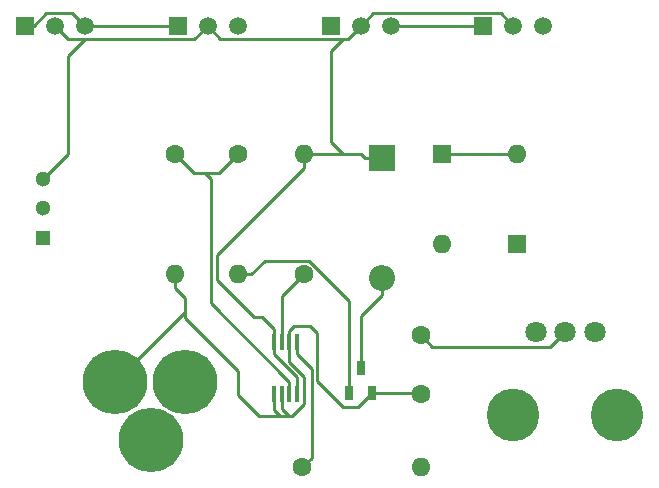
<source format=gbr>
%TF.GenerationSoftware,KiCad,Pcbnew,7.0.10*%
%TF.CreationDate,2024-03-14T19:30:55-04:00*%
%TF.ProjectId,Fan Speed Controller,46616e20-5370-4656-9564-20436f6e7472,rev?*%
%TF.SameCoordinates,Original*%
%TF.FileFunction,Copper,L1,Top*%
%TF.FilePolarity,Positive*%
%FSLAX46Y46*%
G04 Gerber Fmt 4.6, Leading zero omitted, Abs format (unit mm)*
G04 Created by KiCad (PCBNEW 7.0.10) date 2024-03-14 19:30:55*
%MOMM*%
%LPD*%
G01*
G04 APERTURE LIST*
%TA.AperFunction,ComponentPad*%
%ADD10C,1.600000*%
%TD*%
%TA.AperFunction,ComponentPad*%
%ADD11O,1.600000X1.600000*%
%TD*%
%TA.AperFunction,ComponentPad*%
%ADD12C,1.800000*%
%TD*%
%TA.AperFunction,ComponentPad*%
%ADD13C,4.460000*%
%TD*%
%TA.AperFunction,ComponentPad*%
%ADD14C,5.460000*%
%TD*%
%TA.AperFunction,ComponentPad*%
%ADD15C,1.300000*%
%TD*%
%TA.AperFunction,ComponentPad*%
%ADD16R,1.300000X1.300000*%
%TD*%
%TA.AperFunction,ComponentPad*%
%ADD17R,1.600000X1.600000*%
%TD*%
%TA.AperFunction,ComponentPad*%
%ADD18R,1.500000X1.500000*%
%TD*%
%TA.AperFunction,ComponentPad*%
%ADD19C,1.500000*%
%TD*%
%TA.AperFunction,SMDPad,CuDef*%
%ADD20R,0.650000X1.200000*%
%TD*%
%TA.AperFunction,SMDPad,CuDef*%
%ADD21R,0.450000X1.400000*%
%TD*%
%TA.AperFunction,ComponentPad*%
%ADD22O,2.200000X2.200000*%
%TD*%
%TA.AperFunction,ComponentPad*%
%ADD23R,2.200000X2.200000*%
%TD*%
%TA.AperFunction,Conductor*%
%ADD24C,0.250000*%
%TD*%
G04 APERTURE END LIST*
D10*
%TO.P,R3,1*%
%TO.N,Net-(D2-A)*%
X65532000Y-54564000D03*
D11*
%TO.P,R3,2*%
%TO.N,+12V*%
X65532000Y-44404000D03*
%TD*%
D10*
%TO.P,R2,1*%
%TO.N,Net-(IC1-OUTPUT)*%
X54610000Y-44404000D03*
D11*
%TO.P,R2,2*%
%TO.N,GND*%
X54610000Y-54564000D03*
%TD*%
D10*
%TO.P,R1,1*%
%TO.N,Net-(IC1-OUTPUT)*%
X59944000Y-44404000D03*
D11*
%TO.P,R1,2*%
%TO.N,Net-(Q1-G)*%
X59944000Y-54564000D03*
%TD*%
D10*
%TO.P,C1,1*%
%TO.N,Net-(IC1-CONTROL_VOLTAGE)*%
X65438000Y-70866000D03*
D11*
%TO.P,C1,2*%
%TO.N,GND*%
X75438000Y-70866000D03*
%TD*%
D10*
%TO.P,C2,1*%
%TO.N,Net-(C2-Pad1)*%
X75438000Y-59730000D03*
%TO.P,C2,2*%
%TO.N,GND*%
X75438000Y-64730000D03*
%TD*%
D12*
%TO.P,R4,1,1*%
%TO.N,Net-(D2-K)*%
X90170000Y-59436000D03*
%TO.P,R4,2,2*%
%TO.N,Net-(C2-Pad1)*%
X87670000Y-59436000D03*
%TO.P,R4,3,3*%
%TO.N,Net-(D3-A)*%
X85170000Y-59436000D03*
D13*
%TO.P,R4,4*%
%TO.N,N/C*%
X92070000Y-66436000D03*
%TO.P,R4,5*%
X83270000Y-66436000D03*
%TD*%
D14*
%TO.P,J5,A,A*%
%TO.N,Net-(S1-COM)*%
X55530000Y-63685000D03*
%TO.P,J5,B,B*%
%TO.N,unconnected-(J5-PadB)*%
X52580000Y-68585000D03*
%TO.P,J5,C,C*%
%TO.N,GND*%
X49530000Y-63685000D03*
%TD*%
D15*
%TO.P,S1,3,NO*%
%TO.N,+12V*%
X43434000Y-46482000D03*
%TO.P,S1,2,COM*%
%TO.N,Net-(S1-COM)*%
X43434000Y-48982000D03*
D16*
%TO.P,S1,1,NC*%
%TO.N,unconnected-(S1-NC-Pad1)*%
X43434000Y-51482000D03*
%TD*%
D11*
%TO.P,D2,2,A*%
%TO.N,Net-(D2-A)*%
X83566000Y-44404000D03*
D17*
%TO.P,D2,1,K*%
%TO.N,Net-(D2-K)*%
X83566000Y-52024000D03*
%TD*%
D18*
%TO.P,J2,1,1*%
%TO.N,GND*%
X54862300Y-33528000D03*
D19*
%TO.P,J2,2,2*%
%TO.N,+12V*%
X57402300Y-33528000D03*
%TO.P,J2,3,3*%
%TO.N,GND*%
X59942300Y-33528000D03*
%TD*%
%TO.P,J4,3,3*%
%TO.N,GND*%
X85847000Y-33528000D03*
%TO.P,J4,2,2*%
%TO.N,+12V*%
X83307000Y-33528000D03*
D18*
%TO.P,J4,1,1*%
%TO.N,GND*%
X80767000Y-33528000D03*
%TD*%
%TO.P,J1,1,1*%
%TO.N,GND*%
X41910000Y-33528000D03*
D19*
%TO.P,J1,2,2*%
%TO.N,+12V*%
X44450000Y-33528000D03*
%TO.P,J1,3,3*%
%TO.N,GND*%
X46990000Y-33528000D03*
%TD*%
D20*
%TO.P,Q1,1,G*%
%TO.N,Net-(Q1-G)*%
X69398000Y-64584000D03*
%TO.P,Q1,2,S*%
%TO.N,GND*%
X71318000Y-64584000D03*
%TO.P,Q1,3,D*%
%TO.N,Net-(D1-A)*%
X70358000Y-62484000D03*
%TD*%
D21*
%TO.P,IC1,8,V+*%
%TO.N,+12V*%
X63033000Y-60284000D03*
%TO.P,IC1,7,DISCHARGE*%
%TO.N,Net-(D2-A)*%
X63683000Y-60284000D03*
%TO.P,IC1,6,THRESHOLD*%
%TO.N,GND*%
X64333000Y-60284000D03*
%TO.P,IC1,5,CONTROL_VOLTAGE*%
%TO.N,Net-(IC1-CONTROL_VOLTAGE)*%
X64983000Y-60284000D03*
%TO.P,IC1,4,RESET*%
%TO.N,+12V*%
X64983000Y-64684000D03*
%TO.P,IC1,3,OUTPUT*%
%TO.N,Net-(IC1-OUTPUT)*%
X64333000Y-64684000D03*
%TO.P,IC1,2,TRIGGER*%
%TO.N,GND*%
X63683000Y-64684000D03*
%TO.P,IC1,1,GND*%
X63033000Y-64684000D03*
%TD*%
D11*
%TO.P,D3,2,A*%
%TO.N,Net-(D3-A)*%
X77216000Y-52024000D03*
D17*
%TO.P,D3,1,K*%
%TO.N,Net-(D2-A)*%
X77216000Y-44404000D03*
%TD*%
D18*
%TO.P,J3,1,1*%
%TO.N,GND*%
X67814700Y-33528000D03*
D19*
%TO.P,J3,2,2*%
%TO.N,+12V*%
X70354700Y-33528000D03*
%TO.P,J3,3,3*%
%TO.N,GND*%
X72894700Y-33528000D03*
%TD*%
D22*
%TO.P,D1,2,A*%
%TO.N,Net-(D1-A)*%
X72136000Y-54864000D03*
D23*
%TO.P,D1,1,K*%
%TO.N,+12V*%
X72136000Y-44704000D03*
%TD*%
D24*
%TO.N,GND*%
X64333000Y-59359000D02*
X64333000Y-60284000D01*
X64764000Y-58928000D02*
X64333000Y-59359000D01*
X66040000Y-58928000D02*
X64764000Y-58928000D01*
X66657400Y-59545400D02*
X66040000Y-58928000D01*
X68834000Y-65786000D02*
X66657400Y-63609400D01*
X71318000Y-64584000D02*
X70116000Y-65786000D01*
X70116000Y-65786000D02*
X68834000Y-65786000D01*
X66657400Y-63609400D02*
X66657400Y-59545400D01*
%TO.N,Net-(IC1-CONTROL_VOLTAGE)*%
X66207400Y-62535300D02*
X66207400Y-70096600D01*
X64983000Y-61310900D02*
X66207400Y-62535300D01*
X66207400Y-70096600D02*
X65438000Y-70866000D01*
X64983000Y-60284000D02*
X64983000Y-61310900D01*
%TO.N,GND*%
X55483600Y-58277600D02*
X55483600Y-57731400D01*
X59944000Y-62738000D02*
X55483600Y-58277600D01*
X64262000Y-66548000D02*
X61722000Y-66548000D01*
X61722000Y-66548000D02*
X59944000Y-64770000D01*
X59944000Y-64770000D02*
X59944000Y-62738000D01*
X64579300Y-66548000D02*
X65606900Y-65520400D01*
X65606900Y-65520400D02*
X65606900Y-63235100D01*
X64333000Y-61961200D02*
X64333000Y-60284000D01*
X64262000Y-66548000D02*
X64579300Y-66548000D01*
X65606900Y-63235100D02*
X64333000Y-61961200D01*
X63033000Y-66081000D02*
X63500000Y-66548000D01*
X63033000Y-64684000D02*
X63033000Y-66081000D01*
X63684500Y-65970500D02*
X64262000Y-66548000D01*
X63684500Y-65710900D02*
X63684500Y-65970500D01*
%TO.N,+12V*%
X58166000Y-55001495D02*
X58166000Y-52896900D01*
X61976000Y-58166000D02*
X61330505Y-58166000D01*
X61330505Y-58166000D02*
X58166000Y-55001495D01*
X63033000Y-59223000D02*
X61976000Y-58166000D01*
X63033000Y-60284000D02*
X63033000Y-59223000D01*
X58166000Y-52896900D02*
X65532000Y-45530900D01*
X65532000Y-45530900D02*
X65532000Y-44404000D01*
%TO.N,Net-(IC1-OUTPUT)*%
X57658000Y-46523100D02*
X57150000Y-46015100D01*
X57658000Y-56982100D02*
X57658000Y-46523100D01*
X64333000Y-63657100D02*
X57658000Y-56982100D01*
X64333000Y-64684000D02*
X64333000Y-63657100D01*
%TO.N,+12V*%
X45555900Y-36068000D02*
X45555900Y-44360100D01*
X46990000Y-34633900D02*
X45555900Y-36068000D01*
X45555900Y-44360100D02*
X43434000Y-46482000D01*
X67818000Y-35677000D02*
X68890100Y-34604900D01*
X67818000Y-43331900D02*
X67818000Y-35677000D01*
X68890100Y-44404000D02*
X67818000Y-43331900D01*
%TO.N,GND*%
X45913100Y-32451100D02*
X46990000Y-33528000D01*
X43748900Y-32451100D02*
X45913100Y-32451100D01*
X41910000Y-33528000D02*
X42672000Y-33528000D01*
X42672000Y-33528000D02*
X43748900Y-32451100D01*
%TO.N,Net-(C2-Pad1)*%
X76427300Y-60719300D02*
X75438000Y-59730000D01*
X86386700Y-60719300D02*
X76427300Y-60719300D01*
X87670000Y-59436000D02*
X86386700Y-60719300D01*
%TO.N,+12V*%
X82230100Y-32451100D02*
X83307000Y-33528000D01*
X71431600Y-32451100D02*
X82230100Y-32451100D01*
X70354700Y-33528000D02*
X71431600Y-32451100D01*
X56296400Y-34633900D02*
X45555900Y-34633900D01*
X57402300Y-33528000D02*
X56296400Y-34633900D01*
X45555900Y-34633900D02*
X44450000Y-33528000D01*
X64983000Y-63260900D02*
X64983000Y-64684000D01*
X63033000Y-61310900D02*
X64983000Y-63260900D01*
X63033000Y-60284000D02*
X63033000Y-61310900D01*
X72136000Y-44704000D02*
X70709100Y-44704000D01*
X58479200Y-34604900D02*
X68890100Y-34604900D01*
X57402300Y-33528000D02*
X58479200Y-34604900D01*
X69277800Y-34604900D02*
X70354700Y-33528000D01*
X68890100Y-34604900D02*
X69277800Y-34604900D01*
X70409100Y-44404000D02*
X68890100Y-44404000D01*
X70709100Y-44704000D02*
X70409100Y-44404000D01*
X68890100Y-44404000D02*
X65532000Y-44404000D01*
%TO.N,Net-(Q1-G)*%
X62225500Y-53409400D02*
X61070900Y-54564000D01*
X65988700Y-53409400D02*
X62225500Y-53409400D01*
X69398000Y-56818700D02*
X65988700Y-53409400D01*
X69398000Y-64584000D02*
X69398000Y-56818700D01*
X59944000Y-54564000D02*
X61070900Y-54564000D01*
%TO.N,Net-(IC1-OUTPUT)*%
X56221100Y-46015100D02*
X54610000Y-44404000D01*
X58332900Y-46015100D02*
X56221100Y-46015100D01*
X58332900Y-46015100D02*
X59944000Y-44404000D01*
%TO.N,GND*%
X80767000Y-33528000D02*
X72894700Y-33528000D01*
X54862300Y-33528000D02*
X46990000Y-33528000D01*
X63683000Y-64684000D02*
X63683000Y-65597500D01*
X63683000Y-65709400D02*
X63683000Y-65710900D01*
X63683000Y-65597500D02*
X63683000Y-65709400D01*
X55483600Y-56564500D02*
X54610000Y-55690900D01*
X55483600Y-57731400D02*
X55483600Y-56564500D01*
X55483600Y-57731400D02*
X49530000Y-63685000D01*
X54610000Y-54564000D02*
X54610000Y-55690900D01*
X75292000Y-64584000D02*
X75438000Y-64730000D01*
X71318000Y-64584000D02*
X75292000Y-64584000D01*
X63683000Y-65709400D02*
X63684500Y-65710900D01*
%TO.N,Net-(D1-A)*%
X70358000Y-58068900D02*
X70358000Y-62484000D01*
X72136000Y-56290900D02*
X70358000Y-58068900D01*
X72136000Y-54864000D02*
X72136000Y-56290900D01*
%TO.N,Net-(D2-A)*%
X63683000Y-56413000D02*
X65532000Y-54564000D01*
X63683000Y-60284000D02*
X63683000Y-56413000D01*
X77216000Y-44404000D02*
X83566000Y-44404000D01*
%TD*%
M02*

</source>
